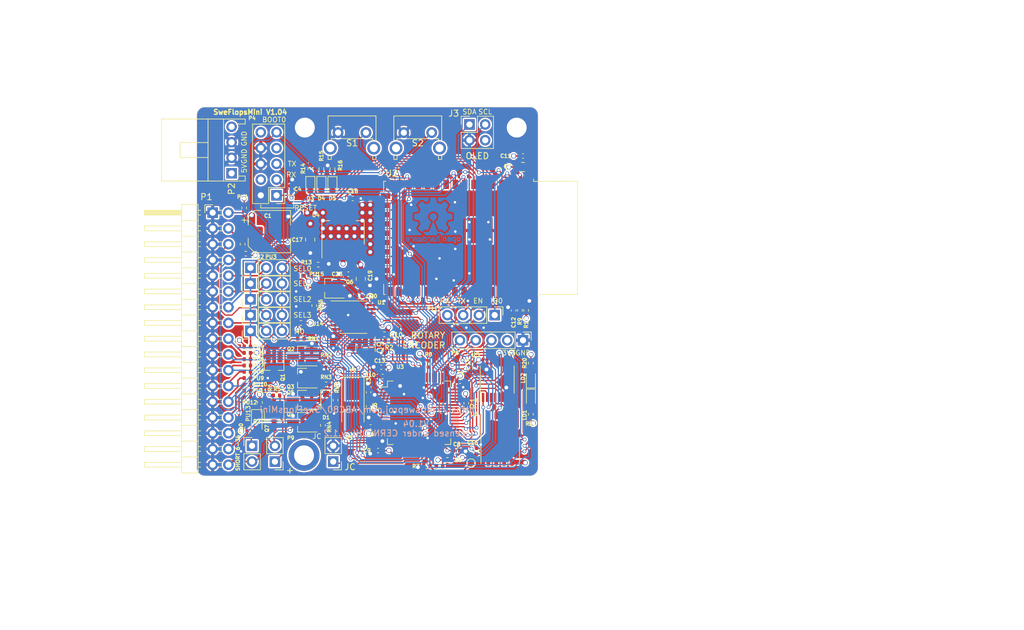
<source format=kicad_pcb>
(kicad_pcb (version 20221018) (generator pcbnew)

  (general
    (thickness 1.6)
  )

  (paper "A4")
  (title_block
    (title "SweFlopsMini")
    (date "2024-01-28")
    (rev "1.04")
    (company "SweProj")
    (comment 1 "Licensed under CERN OHL v.1.2")
  )

  (layers
    (0 "F.Cu" signal)
    (1 "In1.Cu" signal)
    (2 "In2.Cu" signal)
    (31 "B.Cu" signal)
    (34 "B.Paste" user)
    (35 "F.Paste" user)
    (36 "B.SilkS" user "B.Silkscreen")
    (37 "F.SilkS" user "F.Silkscreen")
    (38 "B.Mask" user)
    (39 "F.Mask" user)
    (44 "Edge.Cuts" user)
    (45 "Margin" user)
    (46 "B.CrtYd" user "B.Courtyard")
    (47 "F.CrtYd" user "F.Courtyard")
    (49 "F.Fab" user)
  )

  (setup
    (stackup
      (layer "F.SilkS" (type "Top Silk Screen"))
      (layer "F.Paste" (type "Top Solder Paste"))
      (layer "F.Mask" (type "Top Solder Mask") (thickness 0.01))
      (layer "F.Cu" (type "copper") (thickness 0.035))
      (layer "dielectric 1" (type "prepreg") (thickness 0.1) (material "FR4") (epsilon_r 4.5) (loss_tangent 0.02))
      (layer "In1.Cu" (type "copper") (thickness 0.035))
      (layer "dielectric 2" (type "core") (thickness 1.24) (material "FR4") (epsilon_r 4.5) (loss_tangent 0.02))
      (layer "In2.Cu" (type "copper") (thickness 0.035))
      (layer "dielectric 3" (type "prepreg") (thickness 0.1) (material "FR4") (epsilon_r 4.5) (loss_tangent 0.02))
      (layer "B.Cu" (type "copper") (thickness 0.035))
      (layer "B.Mask" (type "Bottom Solder Mask") (thickness 0.01))
      (layer "B.Paste" (type "Bottom Solder Paste"))
      (layer "B.SilkS" (type "Bottom Silk Screen"))
      (copper_finish "None")
      (dielectric_constraints no)
    )
    (pad_to_mask_clearance 0)
    (solder_mask_min_width 0.25)
    (pad_to_paste_clearance -0.000076)
    (aux_axis_origin 86.26 30.19)
    (pcbplotparams
      (layerselection 0x00010f0_ffffffff)
      (plot_on_all_layers_selection 0x0000000_00000000)
      (disableapertmacros false)
      (usegerberextensions false)
      (usegerberattributes false)
      (usegerberadvancedattributes false)
      (creategerberjobfile false)
      (dashed_line_dash_ratio 12.000000)
      (dashed_line_gap_ratio 3.000000)
      (svgprecision 4)
      (plotframeref false)
      (viasonmask false)
      (mode 1)
      (useauxorigin true)
      (hpglpennumber 1)
      (hpglpenspeed 20)
      (hpglpendiameter 15.000000)
      (dxfpolygonmode true)
      (dxfimperialunits true)
      (dxfusepcbnewfont true)
      (psnegative false)
      (psa4output false)
      (plotreference true)
      (plotvalue true)
      (plotinvisibletext false)
      (sketchpadsonfab false)
      (subtractmaskfromsilk false)
      (outputformat 1)
      (mirror false)
      (drillshape 0)
      (scaleselection 1)
      (outputdirectory "gerbers")
    )
  )

  (net 0 "")
  (net 1 "GND")
  (net 2 "Net-(U3-PD0)")
  (net 3 "/nrst")
  (net 4 "Net-(U3-PD1)")
  (net 5 "+3V3")
  (net 6 "+5V")
  (net 7 "Net-(D1-K)")
  (net 8 "Net-(D1-A)")
  (net 9 "/disp_clk")
  (net 10 "/disp_dio")
  (net 11 "/~{selx}")
  (net 12 "/~{dskchg}")
  (net 13 "/~{inuse}")
  (net 14 "/~{index}")
  (net 15 "/~{sel0}")
  (net 16 "/~{sel1}")
  (net 17 "/~{mtron}")
  (net 18 "/dir")
  (net 19 "/~{step}")
  (net 20 "/~{wdata}")
  (net 21 "/~{wgate}")
  (net 22 "/~{trk0}")
  (net 23 "/~{wprot}")
  (net 24 "/~{rdata}")
  (net 25 "/~{side}")
  (net 26 "/~{rdy}")
  (net 27 "/rx")
  (net 28 "/tx")
  (net 29 "/boot0")
  (net 30 "/ja")
  (net 31 "/jb")
  (net 32 "/jc")
  (net 33 "Net-(LD1-A)")
  (net 34 "/usb+")
  (net 35 "/usb-")
  (net 36 "Net-(RN1-Pad2)")
  (net 37 "Net-(RN2-Pad2)")
  (net 38 "Net-(RN3-Pad2)")
  (net 39 "Net-(RN4-Pad2)")
  (net 40 "Net-(RN6-Pad2)")
  (net 41 "/~{index_3v3}")
  (net 42 "/~{trk0_3v3}")
  (net 43 "/~{wprot_3v3}")
  (net 44 "/~{rdy_3v3}")
  (net 45 "/~{rdata_3v3}")
  (net 46 "/~{dskchg_3v3}")
  (net 47 "Net-(LD2-A)")
  (net 48 "unconnected-(U2-IO07-Pad10)")
  (net 49 "unconnected-(U3-VBAT-Pad1)")
  (net 50 "/~{sely}")
  (net 51 "/io2")
  (net 52 "/enc_dt")
  (net 53 "/enc_clk")
  (net 54 "/~{sel3}")
  (net 55 "/~{sel2}")
  (net 56 "/spk-")
  (net 57 "/spk+")
  (net 58 "/io1")
  (net 59 "/boot1")
  (net 60 "unconnected-(P2-Pin_4-Pad4)")
  (net 61 "Net-(Q1-G)")
  (net 62 "Net-(Q2-G)")
  (net 63 "Net-(Q3-G)")
  (net 64 "Net-(Q4-G)")
  (net 65 "Net-(Q6-G)")
  (net 66 "Net-(Q7-B)")
  (net 67 "/bt_right")
  (net 68 "/bt_left")
  (net 69 "unconnected-(U3-PC0-Pad8)")
  (net 70 "unconnected-(U3-PC1-Pad9)")
  (net 71 "unconnected-(U3-PC2-Pad10)")
  (net 72 "unconnected-(U3-PC3-Pad11)")
  (net 73 "unconnected-(U3-PA4-Pad20)")
  (net 74 "unconnected-(U3-PA5-Pad21)")
  (net 75 "unconnected-(U3-PA6-Pad22)")
  (net 76 "/spi_cs")
  (net 77 "/spi_clk")
  (net 78 "/spi_do")
  (net 79 "/spi_di")
  (net 80 "/swdio")
  (net 81 "/swclk")
  (net 82 "unconnected-(U3-PD2-Pad54)")
  (net 83 "/SD_DETECT")
  (net 84 "/esp32_tx")
  (net 85 "/esp32_rx")
  (net 86 "Net-(D3-K)")
  (net 87 "Net-(D3-A)")
  (net 88 "Net-(D4-K)")
  (net 89 "unconnected-(U2-IO13-Pad16)")
  (net 90 "unconnected-(U2-IO14-Pad17)")
  (net 91 "unconnected-(U2-IO15-Pad18)")
  (net 92 "unconnected-(U2-IO16-Pad19)")
  (net 93 "unconnected-(U2-IO17-Pad20)")
  (net 94 "unconnected-(U2-IO18-Pad21)")
  (net 95 "unconnected-(U2-USB_D--Pad22)")
  (net 96 "unconnected-(U2-USB_D+-Pad23)")
  (net 97 "/spi_sel")
  (net 98 "unconnected-(U2-IO26-Pad25)")
  (net 99 "unconnected-(U2-IO42-Pad36)")
  (net 100 "unconnected-(U2-IO45-Pad39)")
  (net 101 "unconnected-(U2-IO46-Pad40)")
  (net 102 "Net-(C12-Pad1)")
  (net 103 "ESP32_EN")
  (net 104 "ESP32_IO0")
  (net 105 "Net-(D4-A)")
  (net 106 "Net-(D5-K)")
  (net 107 "Net-(D5-A)")
  (net 108 "Net-(U3-PC12)")
  (net 109 "unconnected-(U6-DAT2-Pad1)")
  (net 110 "unconnected-(U6-DAT1-Pad7)")
  (net 111 "unconnected-(H4-Pad1)")
  (net 112 "/spi_di_esp")
  (net 113 "/spi_clk_esp")
  (net 114 "/spi_do_esp")
  (net 115 "/spi_cs_esp")
  (net 116 "/spi_cs_stm")
  (net 117 "/spi_clk_stm")
  (net 118 "/spi_do_stm")
  (net 119 "/spi_di_stm")
  (net 120 "/sd_gnd")
  (net 121 "/sd_pwr")
  (net 122 "Net-(Q9-G)")

  (footprint "Capacitor_SMD:C_0402_1005Metric" (layer "F.Cu") (at 122.936 101.346 90))

  (footprint "Capacitor_SMD:C_0402_1005Metric" (layer "F.Cu") (at 110.49 68.552 90))

  (footprint "Capacitor_SMD:C_0402_1005Metric" (layer "F.Cu") (at 122.936 103.604 -90))

  (footprint "Capacitor_SMD:C_0402_1005Metric" (layer "F.Cu") (at 123.25 106.934 180))

  (footprint "Capacitor_SMD:C_0402_1005Metric" (layer "F.Cu") (at 137.696 99.568))

  (footprint "Capacitor_SMD:C_0402_1005Metric" (layer "F.Cu") (at 124.46 110.744 180))

  (footprint "Capacitor_SMD:C_0402_1005Metric" (layer "F.Cu") (at 125.194 98.806 180))

  (footprint "Capacitor_SMD:C_0805_2012Metric" (layer "F.Cu") (at 113.5126 76.7334 -90))

  (footprint "Capacitor_SMD:C_0402_1005Metric" (layer "F.Cu") (at 120.368 70.104))

  (footprint "Capacitor_SMD:C_0805_2012Metric" (layer "F.Cu") (at 121.666 83.058 -90))

  (footprint "Capacitor_SMD:C_0402_1005Metric" (layer "F.Cu") (at 121.412 85.852 180))

  (footprint "Capacitor_SMD:C_0402_1005Metric" (layer "F.Cu") (at 119.662 82.296 180))

  (footprint "SweFlopsMini:PinHeader_2x17_P2.54mm_Horizontal" (layer "F.Cu") (at 97.79 72.39))

  (footprint "Resistor_SMD:R_0402_1005Metric" (layer "F.Cu") (at 102.87 71.628 -90))

  (footprint "Resistor_SMD:R_0402_1005Metric" (layer "F.Cu") (at 102.616 77.472 90))

  (footprint "Resistor_SMD:R_0402_1005Metric" (layer "F.Cu") (at 103.124 78.994 180))

  (footprint "Resistor_SMD:R_0402_1005Metric" (layer "F.Cu") (at 103.378 93.98 180))

  (footprint "Resistor_SMD:R_0402_1005Metric" (layer "F.Cu") (at 103.378 94.996 180))

  (footprint "Resistor_SMD:R_0402_1005Metric" (layer "F.Cu") (at 103.38 96.012 180))

  (footprint "Resistor_SMD:R_0402_1005Metric" (layer "F.Cu") (at 103.378 97.028 180))

  (footprint "Resistor_SMD:R_0402_1005Metric" (layer "F.Cu") (at 103.378 98.044 180))

  (footprint "Resistor_SMD:R_0402_1005Metric" (layer "F.Cu") (at 103.378 99.06 180))

  (footprint "Resistor_SMD:R_0402_1005Metric" (layer "F.Cu") (at 103.38 100.076 180))

  (footprint "Resistor_SMD:R_0402_1005Metric" (layer "F.Cu") (at 103.378 101.092 180))

  (footprint "Resistor_SMD:R_0402_1005Metric" (layer "F.Cu") (at 103.378 102.108 180))

  (footprint "Resistor_SMD:R_0402_1005Metric" (layer "F.Cu") (at 103.378 107.059 -90))

  (footprint "Resistor_SMD:R_0402_1005Metric" (layer "F.Cu") (at 112.016 92.71))

  (footprint "Resistor_SMD:R_0402_1005Metric" (layer "F.Cu") (at 116.08 96.52))

  (footprint "Resistor_SMD:R_0402_1005Metric" (layer "F.Cu") (at 116.078 100.076))

  (footprint "Resistor_SMD:R_0402_1005Metric" (layer "F.Cu") (at 115.57 106.68 90))

  (footprint "Resistor_SMD:R_0402_1005Metric" (layer "F.Cu") (at 117.602 102.614 90))

  (footprint "Resistor_SMD:R_0402_1005Metric" (layer "F.Cu") (at 114.173 87.376 -90))

  (footprint "Package_SO:TSSOP-14_4.4x5mm_P0.65mm" (layer "F.Cu") (at 120.4645 89.236))

  (footprint "Package_TO_SOT_SMD:SOT-223-3_TabPin2" (layer "F.Cu") (at 118.80722 75.5904 90))

  (footprint "Crystal:Crystal_SMD_5032-2Pin_5.0x3.2mm_HandSoldering" (layer "F.Cu") (at 120.396 103.438 -90))

  (footprint "Capacitor_SMD:CP_Elec_6.3x5.4" (layer "F.Cu") (at 106.928 75.438))

  (footprint "Resistor_SMD:R_0402_1005Metric" (layer "F.Cu") (at 114.806 80.772))

  (footprint "Resistor_SMD:R_0402_1005Metric" (layer "F.Cu") (at 112.012 90.17 180))

  (footprint "Resistor_SMD:R_0402_1005Metric" (layer "F.Cu") (at 112.016 82.55))

  (footprint "Resistor_SMD:R_0402_1005Metric" (layer "F.Cu") (at 135.636 112.268))

  (footprint "Resistor_SMD:R_0402_1005Metric" (layer "F.Cu")
    (tstamp 00000000-0000-0000-0000-00005d46b1b0)
    (at 134.368 113.284 180)
    (descr "Resistor SMD 0402 (1005 Metric), square (rectangular) end terminal, IPC_7351 nominal, (Body size source: IPC-SM-782 page 72, https://www.pcb-3d.com/wordpress/wp-content/uploads/ipc-sm-782a_amendment_1_and_2.pdf), generated with kicad-footprint-generator")
    (tags "resistor")
    (property "LCSC" "C25890")
    (property "Sheetfile" "SweFlopsMini.kicad_sch")
    (property "Sheetname" "")
    (property "ki_description" "Resistor")
    (property "ki_keywords" "R res resistor")
    (path "/00000000-0000-0000-0000-00005d8b343e")
    (attr smd)
    (fp_text reference "R4" (at 6.022 -6.617) (layer "F.SilkS") hide
        (effects (font (size 0.6 0.6) (thickness 0.15)))
      (tstamp 24a393d3-9438-4e65-8ff3-f366cec814ee)
    )
    (fp_text value "3.3K" (at 0 1.17) (layer "F.Fab")
        (effects (font (size 1 1) (thickness 0.15)))
      (tstamp 0b6fb571-3d54-443d-abbe-6e6c61b7745d)
    )
    (fp_text user "${REFERENCE}" (at 0 0) (layer "F.Fab")
        (effects (font (size 0.26 0.26) (thickness 0.04)))
      (tstamp c926788b-a8d2-40e1-9f10-896156fcc077)
    )
    (fp_line (start -0.153641 -0.38) (end 0.153641 -0.38)
      (stroke (width 0.12) (type solid)) (layer "F.SilkS") (tstamp 851ab548-0f0a-4290-b1d7-e062413232d6))
    (fp_line (start -0.153641 0.38) (end 0.153641 0.38)
      (stroke (width 0.12) (type solid)) (layer "F.SilkS") (tstamp ff0198c7-9206-4f0e-b015-e2cc05931720))
    (fp_line (start -0.93 -0.47) (end 0.93 -0.47)
      (stroke (width 0.05) (type solid)) (layer "F.CrtYd") (tstamp a12a53af-d389-41d0-9753-bed32f72006b))
    (fp_line (start -0.93 0.47) (end -0.93 -0.47)
      (stroke (width 0.05) (type solid)) (layer "F.CrtYd") (tstamp 91d68fb2-7341-4f72-ad8f-9586a6f80aa5))
    (fp_line (start 0.93 -0.47) (end 0.93 0.47)
      (stroke (width 0.05) (type solid)) (layer "F.CrtYd") (tstamp 741fa5d7-fd90-48fe-b6ca-eb8b9932a469))
    (fp_line (start 0.93 0.47) (end -0.93 0.47)
      (stroke (width 0.05) (type solid)) (layer "F.CrtYd") (tstamp 4f4b266c-9874-40bd-a8f1-a170fb89d85b))
    (fp_line (start -0.525 -0.27) (end 0.525 -0.27)
      (stroke (width 0.1) (type solid)) (layer "F.Fab") (tstamp d20bf7c3-4a88-4590-9974-d08c4943f701))
    (fp_line (start -0.525 0.27) (end -0.525 -0.27)
      (stroke (width 0.1) (type solid)) (la
... [2670985 chars truncated]
</source>
